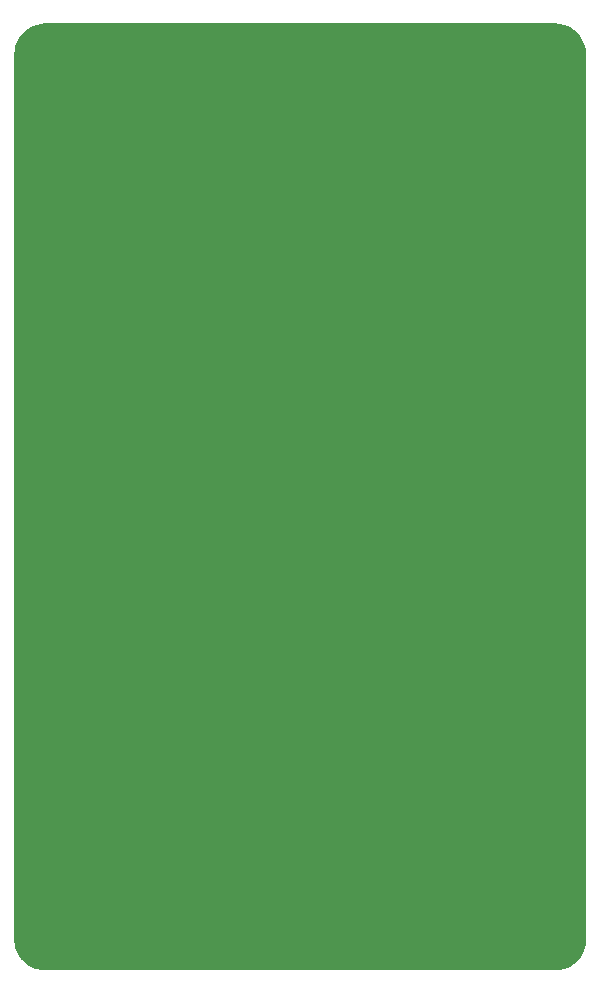
<source format=gtp>
G75*
%MOIN*%
%OFA0B0*%
%FSLAX25Y25*%
%IPPOS*%
%LPD*%
%AMOC8*
5,1,8,0,0,1.08239X$1,22.5*
%
%ADD10C,0.00600*%
D10*
X0008443Y0009451D02*
X0007587Y0010594D01*
X0006904Y0011846D01*
X0006405Y0013183D01*
X0006102Y0014577D01*
X0006000Y0016000D01*
X0006000Y0311000D01*
X0006102Y0312423D01*
X0006405Y0313817D01*
X0006904Y0315154D01*
X0007587Y0316406D01*
X0008443Y0317549D01*
X0009451Y0318557D01*
X0010594Y0319413D01*
X0011846Y0320096D01*
X0013183Y0320595D01*
X0014577Y0320898D01*
X0016000Y0321000D01*
X0186000Y0321000D01*
X0187423Y0320898D01*
X0188817Y0320595D01*
X0190154Y0320096D01*
X0191406Y0319413D01*
X0192549Y0318557D01*
X0193557Y0317549D01*
X0194413Y0316406D01*
X0195096Y0315154D01*
X0195595Y0313817D01*
X0195898Y0312423D01*
X0196000Y0311000D01*
X0196000Y0016000D01*
X0195898Y0014577D01*
X0195595Y0013183D01*
X0195096Y0011846D01*
X0194413Y0010594D01*
X0193557Y0009451D01*
X0192549Y0008443D01*
X0191406Y0007587D01*
X0190154Y0006904D01*
X0188817Y0006405D01*
X0187423Y0006102D01*
X0186000Y0006000D01*
X0016000Y0006000D01*
X0041000Y0006000D01*
X0186000Y0006000D01*
X0189336Y0006599D02*
X0012664Y0006599D01*
X0013183Y0006405D02*
X0014577Y0006102D01*
X0016000Y0006000D01*
X0013183Y0006405D02*
X0011846Y0006904D01*
X0010594Y0007587D01*
X0009451Y0008443D01*
X0008443Y0009451D01*
X0008338Y0009591D02*
X0193662Y0009591D01*
X0194110Y0010190D02*
X0007890Y0010190D01*
X0007481Y0010788D02*
X0194519Y0010788D01*
X0194846Y0011387D02*
X0007154Y0011387D01*
X0006852Y0011985D02*
X0195148Y0011985D01*
X0195371Y0012584D02*
X0006628Y0012584D01*
X0006405Y0013182D02*
X0195595Y0013182D01*
X0195725Y0013781D02*
X0006275Y0013781D01*
X0006145Y0014379D02*
X0195855Y0014379D01*
X0195927Y0014978D02*
X0006073Y0014978D01*
X0006030Y0015576D02*
X0195970Y0015576D01*
X0196000Y0016175D02*
X0006000Y0016175D01*
X0006000Y0016773D02*
X0196000Y0016773D01*
X0196000Y0017372D02*
X0006000Y0017372D01*
X0006000Y0017970D02*
X0196000Y0017970D01*
X0196000Y0018569D02*
X0006000Y0018569D01*
X0006000Y0019167D02*
X0196000Y0019167D01*
X0196000Y0019766D02*
X0006000Y0019766D01*
X0006000Y0020364D02*
X0196000Y0020364D01*
X0196000Y0020963D02*
X0006000Y0020963D01*
X0006000Y0021561D02*
X0196000Y0021561D01*
X0196000Y0022160D02*
X0006000Y0022160D01*
X0006000Y0022758D02*
X0196000Y0022758D01*
X0196000Y0023357D02*
X0006000Y0023357D01*
X0006000Y0023955D02*
X0196000Y0023955D01*
X0196000Y0024554D02*
X0006000Y0024554D01*
X0006000Y0025152D02*
X0196000Y0025152D01*
X0196000Y0025751D02*
X0006000Y0025751D01*
X0006000Y0026349D02*
X0196000Y0026349D01*
X0196000Y0026948D02*
X0006000Y0026948D01*
X0006000Y0027546D02*
X0196000Y0027546D01*
X0196000Y0028145D02*
X0006000Y0028145D01*
X0006000Y0028743D02*
X0196000Y0028743D01*
X0196000Y0029342D02*
X0006000Y0029342D01*
X0006000Y0029940D02*
X0196000Y0029940D01*
X0196000Y0030539D02*
X0006000Y0030539D01*
X0006000Y0031137D02*
X0196000Y0031137D01*
X0196000Y0031736D02*
X0006000Y0031736D01*
X0006000Y0032334D02*
X0196000Y0032334D01*
X0196000Y0032933D02*
X0006000Y0032933D01*
X0006000Y0033532D02*
X0196000Y0033532D01*
X0196000Y0034130D02*
X0006000Y0034130D01*
X0006000Y0034729D02*
X0196000Y0034729D01*
X0196000Y0035327D02*
X0006000Y0035327D01*
X0006000Y0035926D02*
X0196000Y0035926D01*
X0196000Y0036524D02*
X0006000Y0036524D01*
X0006000Y0037123D02*
X0196000Y0037123D01*
X0196000Y0037721D02*
X0006000Y0037721D01*
X0006000Y0038320D02*
X0196000Y0038320D01*
X0196000Y0038918D02*
X0006000Y0038918D01*
X0006000Y0039517D02*
X0196000Y0039517D01*
X0196000Y0040115D02*
X0006000Y0040115D01*
X0006000Y0040714D02*
X0196000Y0040714D01*
X0196000Y0041312D02*
X0006000Y0041312D01*
X0006000Y0041911D02*
X0196000Y0041911D01*
X0196000Y0042509D02*
X0006000Y0042509D01*
X0006000Y0043108D02*
X0196000Y0043108D01*
X0196000Y0043706D02*
X0006000Y0043706D01*
X0006000Y0044305D02*
X0196000Y0044305D01*
X0196000Y0044903D02*
X0006000Y0044903D01*
X0006000Y0045502D02*
X0196000Y0045502D01*
X0196000Y0046100D02*
X0006000Y0046100D01*
X0006000Y0046699D02*
X0196000Y0046699D01*
X0196000Y0047297D02*
X0006000Y0047297D01*
X0006000Y0047896D02*
X0196000Y0047896D01*
X0196000Y0048494D02*
X0006000Y0048494D01*
X0006000Y0049093D02*
X0196000Y0049093D01*
X0196000Y0049691D02*
X0006000Y0049691D01*
X0006000Y0050290D02*
X0196000Y0050290D01*
X0196000Y0050888D02*
X0006000Y0050888D01*
X0006000Y0051487D02*
X0196000Y0051487D01*
X0196000Y0052085D02*
X0006000Y0052085D01*
X0006000Y0052684D02*
X0196000Y0052684D01*
X0196000Y0053282D02*
X0006000Y0053282D01*
X0006000Y0053881D02*
X0196000Y0053881D01*
X0196000Y0054479D02*
X0006000Y0054479D01*
X0006000Y0055078D02*
X0196000Y0055078D01*
X0196000Y0055676D02*
X0006000Y0055676D01*
X0006000Y0056275D02*
X0196000Y0056275D01*
X0196000Y0056873D02*
X0006000Y0056873D01*
X0006000Y0057472D02*
X0196000Y0057472D01*
X0196000Y0058070D02*
X0006000Y0058070D01*
X0006000Y0058669D02*
X0196000Y0058669D01*
X0196000Y0059268D02*
X0006000Y0059268D01*
X0006000Y0059866D02*
X0196000Y0059866D01*
X0196000Y0060465D02*
X0006000Y0060465D01*
X0006000Y0061063D02*
X0196000Y0061063D01*
X0196000Y0061662D02*
X0006000Y0061662D01*
X0006000Y0062260D02*
X0196000Y0062260D01*
X0196000Y0062859D02*
X0006000Y0062859D01*
X0006000Y0063457D02*
X0196000Y0063457D01*
X0196000Y0064056D02*
X0006000Y0064056D01*
X0006000Y0064654D02*
X0196000Y0064654D01*
X0196000Y0065253D02*
X0006000Y0065253D01*
X0006000Y0065851D02*
X0196000Y0065851D01*
X0196000Y0066450D02*
X0006000Y0066450D01*
X0006000Y0067048D02*
X0196000Y0067048D01*
X0196000Y0067647D02*
X0006000Y0067647D01*
X0006000Y0068245D02*
X0196000Y0068245D01*
X0196000Y0068844D02*
X0006000Y0068844D01*
X0006000Y0069442D02*
X0196000Y0069442D01*
X0196000Y0070041D02*
X0006000Y0070041D01*
X0006000Y0070639D02*
X0196000Y0070639D01*
X0196000Y0071238D02*
X0006000Y0071238D01*
X0006000Y0071836D02*
X0196000Y0071836D01*
X0196000Y0072435D02*
X0006000Y0072435D01*
X0006000Y0073033D02*
X0196000Y0073033D01*
X0196000Y0073632D02*
X0006000Y0073632D01*
X0006000Y0074230D02*
X0196000Y0074230D01*
X0196000Y0074829D02*
X0006000Y0074829D01*
X0006000Y0075427D02*
X0196000Y0075427D01*
X0196000Y0076026D02*
X0006000Y0076026D01*
X0006000Y0076624D02*
X0196000Y0076624D01*
X0196000Y0077223D02*
X0006000Y0077223D01*
X0006000Y0077821D02*
X0196000Y0077821D01*
X0196000Y0078420D02*
X0006000Y0078420D01*
X0006000Y0079018D02*
X0196000Y0079018D01*
X0196000Y0079617D02*
X0006000Y0079617D01*
X0006000Y0080215D02*
X0196000Y0080215D01*
X0196000Y0080814D02*
X0006000Y0080814D01*
X0006000Y0081412D02*
X0196000Y0081412D01*
X0196000Y0082011D02*
X0006000Y0082011D01*
X0006000Y0082609D02*
X0196000Y0082609D01*
X0196000Y0083208D02*
X0006000Y0083208D01*
X0006000Y0083806D02*
X0196000Y0083806D01*
X0196000Y0084405D02*
X0006000Y0084405D01*
X0006000Y0085003D02*
X0196000Y0085003D01*
X0196000Y0085602D02*
X0006000Y0085602D01*
X0006000Y0086201D02*
X0196000Y0086201D01*
X0196000Y0086799D02*
X0006000Y0086799D01*
X0006000Y0087398D02*
X0196000Y0087398D01*
X0196000Y0087996D02*
X0006000Y0087996D01*
X0006000Y0088595D02*
X0196000Y0088595D01*
X0196000Y0089193D02*
X0006000Y0089193D01*
X0006000Y0089792D02*
X0196000Y0089792D01*
X0196000Y0090390D02*
X0006000Y0090390D01*
X0006000Y0090989D02*
X0196000Y0090989D01*
X0196000Y0091587D02*
X0006000Y0091587D01*
X0006000Y0092186D02*
X0196000Y0092186D01*
X0196000Y0092784D02*
X0006000Y0092784D01*
X0006000Y0093383D02*
X0196000Y0093383D01*
X0196000Y0093981D02*
X0006000Y0093981D01*
X0006000Y0094580D02*
X0196000Y0094580D01*
X0196000Y0095178D02*
X0006000Y0095178D01*
X0006000Y0095777D02*
X0196000Y0095777D01*
X0196000Y0096375D02*
X0006000Y0096375D01*
X0006000Y0096974D02*
X0196000Y0096974D01*
X0196000Y0097572D02*
X0006000Y0097572D01*
X0006000Y0098171D02*
X0196000Y0098171D01*
X0196000Y0098769D02*
X0006000Y0098769D01*
X0006000Y0099368D02*
X0196000Y0099368D01*
X0196000Y0099966D02*
X0006000Y0099966D01*
X0006000Y0100565D02*
X0196000Y0100565D01*
X0196000Y0101163D02*
X0006000Y0101163D01*
X0006000Y0101762D02*
X0196000Y0101762D01*
X0196000Y0102360D02*
X0006000Y0102360D01*
X0006000Y0102959D02*
X0196000Y0102959D01*
X0196000Y0103557D02*
X0006000Y0103557D01*
X0006000Y0104156D02*
X0196000Y0104156D01*
X0196000Y0104754D02*
X0006000Y0104754D01*
X0006000Y0105353D02*
X0196000Y0105353D01*
X0196000Y0105951D02*
X0006000Y0105951D01*
X0006000Y0106550D02*
X0196000Y0106550D01*
X0196000Y0107148D02*
X0006000Y0107148D01*
X0006000Y0107747D02*
X0196000Y0107747D01*
X0196000Y0108345D02*
X0006000Y0108345D01*
X0006000Y0108944D02*
X0196000Y0108944D01*
X0196000Y0109542D02*
X0006000Y0109542D01*
X0006000Y0110141D02*
X0196000Y0110141D01*
X0196000Y0110739D02*
X0006000Y0110739D01*
X0006000Y0111338D02*
X0196000Y0111338D01*
X0196000Y0111937D02*
X0006000Y0111937D01*
X0006000Y0112535D02*
X0196000Y0112535D01*
X0196000Y0113134D02*
X0006000Y0113134D01*
X0006000Y0113732D02*
X0196000Y0113732D01*
X0196000Y0114331D02*
X0006000Y0114331D01*
X0006000Y0114929D02*
X0196000Y0114929D01*
X0196000Y0115528D02*
X0006000Y0115528D01*
X0006000Y0116126D02*
X0196000Y0116126D01*
X0196000Y0116725D02*
X0006000Y0116725D01*
X0006000Y0117323D02*
X0196000Y0117323D01*
X0196000Y0117922D02*
X0006000Y0117922D01*
X0006000Y0118520D02*
X0196000Y0118520D01*
X0196000Y0119119D02*
X0006000Y0119119D01*
X0006000Y0119717D02*
X0196000Y0119717D01*
X0196000Y0120316D02*
X0006000Y0120316D01*
X0006000Y0120914D02*
X0196000Y0120914D01*
X0196000Y0121513D02*
X0006000Y0121513D01*
X0006000Y0122111D02*
X0196000Y0122111D01*
X0196000Y0122710D02*
X0006000Y0122710D01*
X0006000Y0123308D02*
X0196000Y0123308D01*
X0196000Y0123907D02*
X0006000Y0123907D01*
X0006000Y0124505D02*
X0196000Y0124505D01*
X0196000Y0125104D02*
X0006000Y0125104D01*
X0006000Y0125702D02*
X0196000Y0125702D01*
X0196000Y0126301D02*
X0006000Y0126301D01*
X0006000Y0126899D02*
X0196000Y0126899D01*
X0196000Y0127498D02*
X0006000Y0127498D01*
X0006000Y0128096D02*
X0196000Y0128096D01*
X0196000Y0128695D02*
X0006000Y0128695D01*
X0006000Y0129293D02*
X0196000Y0129293D01*
X0196000Y0129892D02*
X0006000Y0129892D01*
X0006000Y0130490D02*
X0196000Y0130490D01*
X0196000Y0131089D02*
X0006000Y0131089D01*
X0006000Y0131687D02*
X0196000Y0131687D01*
X0196000Y0132286D02*
X0006000Y0132286D01*
X0006000Y0132884D02*
X0196000Y0132884D01*
X0196000Y0133483D02*
X0006000Y0133483D01*
X0006000Y0134081D02*
X0196000Y0134081D01*
X0196000Y0134680D02*
X0006000Y0134680D01*
X0006000Y0135278D02*
X0196000Y0135278D01*
X0196000Y0135877D02*
X0006000Y0135877D01*
X0006000Y0136475D02*
X0196000Y0136475D01*
X0196000Y0137074D02*
X0006000Y0137074D01*
X0006000Y0137672D02*
X0196000Y0137672D01*
X0196000Y0138271D02*
X0006000Y0138271D01*
X0006000Y0138870D02*
X0196000Y0138870D01*
X0196000Y0139468D02*
X0006000Y0139468D01*
X0006000Y0140067D02*
X0196000Y0140067D01*
X0196000Y0140665D02*
X0006000Y0140665D01*
X0006000Y0141264D02*
X0196000Y0141264D01*
X0196000Y0141862D02*
X0006000Y0141862D01*
X0006000Y0142461D02*
X0196000Y0142461D01*
X0196000Y0143059D02*
X0006000Y0143059D01*
X0006000Y0143658D02*
X0196000Y0143658D01*
X0196000Y0144256D02*
X0006000Y0144256D01*
X0006000Y0144855D02*
X0196000Y0144855D01*
X0196000Y0145453D02*
X0006000Y0145453D01*
X0006000Y0146052D02*
X0196000Y0146052D01*
X0196000Y0146650D02*
X0006000Y0146650D01*
X0006000Y0147249D02*
X0196000Y0147249D01*
X0196000Y0147847D02*
X0006000Y0147847D01*
X0006000Y0148446D02*
X0196000Y0148446D01*
X0196000Y0149044D02*
X0006000Y0149044D01*
X0006000Y0149643D02*
X0196000Y0149643D01*
X0196000Y0150241D02*
X0006000Y0150241D01*
X0006000Y0150840D02*
X0196000Y0150840D01*
X0196000Y0151438D02*
X0006000Y0151438D01*
X0006000Y0152037D02*
X0196000Y0152037D01*
X0196000Y0152635D02*
X0006000Y0152635D01*
X0006000Y0153234D02*
X0196000Y0153234D01*
X0196000Y0153832D02*
X0006000Y0153832D01*
X0006000Y0154431D02*
X0196000Y0154431D01*
X0196000Y0155029D02*
X0006000Y0155029D01*
X0006000Y0155628D02*
X0196000Y0155628D01*
X0196000Y0156226D02*
X0006000Y0156226D01*
X0006000Y0156825D02*
X0196000Y0156825D01*
X0196000Y0157423D02*
X0006000Y0157423D01*
X0006000Y0158022D02*
X0196000Y0158022D01*
X0196000Y0158620D02*
X0006000Y0158620D01*
X0006000Y0159219D02*
X0196000Y0159219D01*
X0196000Y0159817D02*
X0006000Y0159817D01*
X0006000Y0160416D02*
X0196000Y0160416D01*
X0196000Y0161014D02*
X0006000Y0161014D01*
X0006000Y0161613D02*
X0196000Y0161613D01*
X0196000Y0162211D02*
X0006000Y0162211D01*
X0006000Y0162810D02*
X0196000Y0162810D01*
X0196000Y0163408D02*
X0006000Y0163408D01*
X0006000Y0164007D02*
X0196000Y0164007D01*
X0196000Y0164605D02*
X0006000Y0164605D01*
X0006000Y0165204D02*
X0196000Y0165204D01*
X0196000Y0165803D02*
X0006000Y0165803D01*
X0006000Y0166401D02*
X0196000Y0166401D01*
X0196000Y0167000D02*
X0006000Y0167000D01*
X0006000Y0167598D02*
X0196000Y0167598D01*
X0196000Y0168197D02*
X0006000Y0168197D01*
X0006000Y0168795D02*
X0196000Y0168795D01*
X0196000Y0169394D02*
X0006000Y0169394D01*
X0006000Y0169992D02*
X0196000Y0169992D01*
X0196000Y0170591D02*
X0006000Y0170591D01*
X0006000Y0171189D02*
X0196000Y0171189D01*
X0196000Y0171788D02*
X0006000Y0171788D01*
X0006000Y0172386D02*
X0196000Y0172386D01*
X0196000Y0172985D02*
X0006000Y0172985D01*
X0006000Y0173583D02*
X0196000Y0173583D01*
X0196000Y0174182D02*
X0006000Y0174182D01*
X0006000Y0174780D02*
X0196000Y0174780D01*
X0196000Y0175379D02*
X0006000Y0175379D01*
X0006000Y0175977D02*
X0196000Y0175977D01*
X0196000Y0176576D02*
X0006000Y0176576D01*
X0006000Y0177174D02*
X0196000Y0177174D01*
X0196000Y0177773D02*
X0006000Y0177773D01*
X0006000Y0178371D02*
X0196000Y0178371D01*
X0196000Y0178970D02*
X0006000Y0178970D01*
X0006000Y0179568D02*
X0196000Y0179568D01*
X0196000Y0180167D02*
X0006000Y0180167D01*
X0006000Y0180765D02*
X0196000Y0180765D01*
X0196000Y0181364D02*
X0006000Y0181364D01*
X0006000Y0181962D02*
X0196000Y0181962D01*
X0196000Y0182561D02*
X0006000Y0182561D01*
X0006000Y0183159D02*
X0196000Y0183159D01*
X0196000Y0183758D02*
X0006000Y0183758D01*
X0006000Y0184356D02*
X0196000Y0184356D01*
X0196000Y0184955D02*
X0006000Y0184955D01*
X0006000Y0185553D02*
X0196000Y0185553D01*
X0196000Y0186152D02*
X0006000Y0186152D01*
X0006000Y0186750D02*
X0196000Y0186750D01*
X0196000Y0187349D02*
X0006000Y0187349D01*
X0006000Y0187947D02*
X0196000Y0187947D01*
X0196000Y0188546D02*
X0006000Y0188546D01*
X0006000Y0189144D02*
X0196000Y0189144D01*
X0196000Y0189743D02*
X0006000Y0189743D01*
X0006000Y0190341D02*
X0196000Y0190341D01*
X0196000Y0190940D02*
X0006000Y0190940D01*
X0006000Y0191539D02*
X0196000Y0191539D01*
X0196000Y0192137D02*
X0006000Y0192137D01*
X0006000Y0192736D02*
X0196000Y0192736D01*
X0196000Y0193334D02*
X0006000Y0193334D01*
X0006000Y0193933D02*
X0196000Y0193933D01*
X0196000Y0194531D02*
X0006000Y0194531D01*
X0006000Y0195130D02*
X0196000Y0195130D01*
X0196000Y0195728D02*
X0006000Y0195728D01*
X0006000Y0196327D02*
X0196000Y0196327D01*
X0196000Y0196925D02*
X0006000Y0196925D01*
X0006000Y0197524D02*
X0196000Y0197524D01*
X0196000Y0198122D02*
X0006000Y0198122D01*
X0006000Y0198721D02*
X0196000Y0198721D01*
X0196000Y0199319D02*
X0006000Y0199319D01*
X0006000Y0199918D02*
X0196000Y0199918D01*
X0196000Y0200516D02*
X0006000Y0200516D01*
X0006000Y0201115D02*
X0196000Y0201115D01*
X0196000Y0201713D02*
X0006000Y0201713D01*
X0006000Y0202312D02*
X0196000Y0202312D01*
X0196000Y0202910D02*
X0006000Y0202910D01*
X0006000Y0203509D02*
X0196000Y0203509D01*
X0196000Y0204107D02*
X0006000Y0204107D01*
X0006000Y0204706D02*
X0196000Y0204706D01*
X0196000Y0205304D02*
X0006000Y0205304D01*
X0006000Y0205903D02*
X0196000Y0205903D01*
X0196000Y0206501D02*
X0006000Y0206501D01*
X0006000Y0207100D02*
X0196000Y0207100D01*
X0196000Y0207698D02*
X0006000Y0207698D01*
X0006000Y0208297D02*
X0196000Y0208297D01*
X0196000Y0208895D02*
X0006000Y0208895D01*
X0006000Y0209494D02*
X0196000Y0209494D01*
X0196000Y0210092D02*
X0006000Y0210092D01*
X0006000Y0210691D02*
X0196000Y0210691D01*
X0196000Y0211289D02*
X0006000Y0211289D01*
X0006000Y0211888D02*
X0196000Y0211888D01*
X0196000Y0212486D02*
X0006000Y0212486D01*
X0006000Y0213085D02*
X0196000Y0213085D01*
X0196000Y0213683D02*
X0006000Y0213683D01*
X0006000Y0214282D02*
X0196000Y0214282D01*
X0196000Y0214880D02*
X0006000Y0214880D01*
X0006000Y0215479D02*
X0196000Y0215479D01*
X0196000Y0216077D02*
X0006000Y0216077D01*
X0006000Y0216676D02*
X0196000Y0216676D01*
X0196000Y0217274D02*
X0006000Y0217274D01*
X0006000Y0217873D02*
X0196000Y0217873D01*
X0196000Y0218472D02*
X0006000Y0218472D01*
X0006000Y0219070D02*
X0196000Y0219070D01*
X0196000Y0219669D02*
X0006000Y0219669D01*
X0006000Y0220267D02*
X0196000Y0220267D01*
X0196000Y0220866D02*
X0006000Y0220866D01*
X0006000Y0221464D02*
X0196000Y0221464D01*
X0196000Y0222063D02*
X0006000Y0222063D01*
X0006000Y0222661D02*
X0196000Y0222661D01*
X0196000Y0223260D02*
X0006000Y0223260D01*
X0006000Y0223858D02*
X0196000Y0223858D01*
X0196000Y0224457D02*
X0006000Y0224457D01*
X0006000Y0225055D02*
X0196000Y0225055D01*
X0196000Y0225654D02*
X0006000Y0225654D01*
X0006000Y0226252D02*
X0196000Y0226252D01*
X0196000Y0226851D02*
X0006000Y0226851D01*
X0006000Y0227449D02*
X0196000Y0227449D01*
X0196000Y0228048D02*
X0006000Y0228048D01*
X0006000Y0228646D02*
X0196000Y0228646D01*
X0196000Y0229245D02*
X0006000Y0229245D01*
X0006000Y0229843D02*
X0196000Y0229843D01*
X0196000Y0230442D02*
X0006000Y0230442D01*
X0006000Y0231040D02*
X0196000Y0231040D01*
X0196000Y0231639D02*
X0006000Y0231639D01*
X0006000Y0232237D02*
X0196000Y0232237D01*
X0196000Y0232836D02*
X0006000Y0232836D01*
X0006000Y0233434D02*
X0196000Y0233434D01*
X0196000Y0234033D02*
X0006000Y0234033D01*
X0006000Y0234631D02*
X0196000Y0234631D01*
X0196000Y0235230D02*
X0006000Y0235230D01*
X0006000Y0235828D02*
X0196000Y0235828D01*
X0196000Y0236427D02*
X0006000Y0236427D01*
X0006000Y0237025D02*
X0196000Y0237025D01*
X0196000Y0237624D02*
X0006000Y0237624D01*
X0006000Y0238222D02*
X0196000Y0238222D01*
X0196000Y0238821D02*
X0006000Y0238821D01*
X0006000Y0239419D02*
X0196000Y0239419D01*
X0196000Y0240018D02*
X0006000Y0240018D01*
X0006000Y0240616D02*
X0196000Y0240616D01*
X0196000Y0241215D02*
X0006000Y0241215D01*
X0006000Y0241813D02*
X0196000Y0241813D01*
X0196000Y0242412D02*
X0006000Y0242412D01*
X0006000Y0243010D02*
X0196000Y0243010D01*
X0196000Y0243609D02*
X0006000Y0243609D01*
X0006000Y0244208D02*
X0196000Y0244208D01*
X0196000Y0244806D02*
X0006000Y0244806D01*
X0006000Y0245405D02*
X0196000Y0245405D01*
X0196000Y0246003D02*
X0006000Y0246003D01*
X0006000Y0246602D02*
X0196000Y0246602D01*
X0196000Y0247200D02*
X0006000Y0247200D01*
X0006000Y0247799D02*
X0196000Y0247799D01*
X0196000Y0248397D02*
X0006000Y0248397D01*
X0006000Y0248996D02*
X0196000Y0248996D01*
X0196000Y0249594D02*
X0006000Y0249594D01*
X0006000Y0250193D02*
X0196000Y0250193D01*
X0196000Y0250791D02*
X0006000Y0250791D01*
X0006000Y0251390D02*
X0196000Y0251390D01*
X0196000Y0251988D02*
X0006000Y0251988D01*
X0006000Y0252587D02*
X0196000Y0252587D01*
X0196000Y0253185D02*
X0006000Y0253185D01*
X0006000Y0253784D02*
X0196000Y0253784D01*
X0196000Y0254382D02*
X0006000Y0254382D01*
X0006000Y0254981D02*
X0196000Y0254981D01*
X0196000Y0255579D02*
X0006000Y0255579D01*
X0006000Y0256178D02*
X0196000Y0256178D01*
X0196000Y0256776D02*
X0006000Y0256776D01*
X0006000Y0257375D02*
X0196000Y0257375D01*
X0196000Y0257973D02*
X0006000Y0257973D01*
X0006000Y0258572D02*
X0196000Y0258572D01*
X0196000Y0259170D02*
X0006000Y0259170D01*
X0006000Y0259769D02*
X0196000Y0259769D01*
X0196000Y0260367D02*
X0006000Y0260367D01*
X0006000Y0260966D02*
X0196000Y0260966D01*
X0196000Y0261564D02*
X0006000Y0261564D01*
X0006000Y0262163D02*
X0196000Y0262163D01*
X0196000Y0262761D02*
X0006000Y0262761D01*
X0006000Y0263360D02*
X0196000Y0263360D01*
X0196000Y0263958D02*
X0006000Y0263958D01*
X0006000Y0264557D02*
X0196000Y0264557D01*
X0196000Y0265155D02*
X0006000Y0265155D01*
X0006000Y0265754D02*
X0196000Y0265754D01*
X0196000Y0266352D02*
X0006000Y0266352D01*
X0006000Y0266951D02*
X0196000Y0266951D01*
X0196000Y0267549D02*
X0006000Y0267549D01*
X0006000Y0268148D02*
X0196000Y0268148D01*
X0196000Y0268746D02*
X0006000Y0268746D01*
X0006000Y0269345D02*
X0196000Y0269345D01*
X0196000Y0269943D02*
X0006000Y0269943D01*
X0006000Y0270542D02*
X0196000Y0270542D01*
X0196000Y0271141D02*
X0006000Y0271141D01*
X0006000Y0271739D02*
X0196000Y0271739D01*
X0196000Y0272338D02*
X0006000Y0272338D01*
X0006000Y0272936D02*
X0196000Y0272936D01*
X0196000Y0273535D02*
X0006000Y0273535D01*
X0006000Y0274133D02*
X0196000Y0274133D01*
X0196000Y0274732D02*
X0006000Y0274732D01*
X0006000Y0275330D02*
X0196000Y0275330D01*
X0196000Y0275929D02*
X0006000Y0275929D01*
X0006000Y0276527D02*
X0196000Y0276527D01*
X0196000Y0277126D02*
X0006000Y0277126D01*
X0006000Y0277724D02*
X0196000Y0277724D01*
X0196000Y0278323D02*
X0006000Y0278323D01*
X0006000Y0278921D02*
X0196000Y0278921D01*
X0196000Y0279520D02*
X0006000Y0279520D01*
X0006000Y0280118D02*
X0196000Y0280118D01*
X0196000Y0280717D02*
X0006000Y0280717D01*
X0006000Y0281315D02*
X0196000Y0281315D01*
X0196000Y0281914D02*
X0006000Y0281914D01*
X0006000Y0282512D02*
X0196000Y0282512D01*
X0196000Y0283111D02*
X0006000Y0283111D01*
X0006000Y0283709D02*
X0196000Y0283709D01*
X0196000Y0284308D02*
X0006000Y0284308D01*
X0006000Y0284906D02*
X0196000Y0284906D01*
X0196000Y0285505D02*
X0006000Y0285505D01*
X0006000Y0286103D02*
X0196000Y0286103D01*
X0196000Y0286702D02*
X0006000Y0286702D01*
X0006000Y0287300D02*
X0196000Y0287300D01*
X0196000Y0287899D02*
X0006000Y0287899D01*
X0006000Y0288497D02*
X0196000Y0288497D01*
X0196000Y0289096D02*
X0006000Y0289096D01*
X0006000Y0289694D02*
X0196000Y0289694D01*
X0196000Y0290293D02*
X0006000Y0290293D01*
X0006000Y0290891D02*
X0196000Y0290891D01*
X0196000Y0291490D02*
X0006000Y0291490D01*
X0006000Y0292088D02*
X0196000Y0292088D01*
X0196000Y0292687D02*
X0006000Y0292687D01*
X0006000Y0293285D02*
X0196000Y0293285D01*
X0196000Y0293884D02*
X0006000Y0293884D01*
X0006000Y0294482D02*
X0196000Y0294482D01*
X0196000Y0295081D02*
X0006000Y0295081D01*
X0006000Y0295679D02*
X0196000Y0295679D01*
X0196000Y0296278D02*
X0006000Y0296278D01*
X0006000Y0296877D02*
X0196000Y0296877D01*
X0196000Y0297475D02*
X0006000Y0297475D01*
X0006000Y0298074D02*
X0196000Y0298074D01*
X0196000Y0298672D02*
X0006000Y0298672D01*
X0006000Y0299271D02*
X0196000Y0299271D01*
X0196000Y0299869D02*
X0006000Y0299869D01*
X0006000Y0300468D02*
X0196000Y0300468D01*
X0196000Y0301066D02*
X0006000Y0301066D01*
X0006000Y0301665D02*
X0196000Y0301665D01*
X0196000Y0302263D02*
X0006000Y0302263D01*
X0006000Y0302862D02*
X0196000Y0302862D01*
X0196000Y0303460D02*
X0006000Y0303460D01*
X0006000Y0304059D02*
X0196000Y0304059D01*
X0196000Y0304657D02*
X0006000Y0304657D01*
X0006000Y0305256D02*
X0196000Y0305256D01*
X0196000Y0305854D02*
X0006000Y0305854D01*
X0006000Y0306453D02*
X0196000Y0306453D01*
X0196000Y0307051D02*
X0006000Y0307051D01*
X0006000Y0307650D02*
X0196000Y0307650D01*
X0196000Y0308248D02*
X0006000Y0308248D01*
X0006000Y0308847D02*
X0196000Y0308847D01*
X0196000Y0309445D02*
X0006000Y0309445D01*
X0006000Y0310044D02*
X0196000Y0310044D01*
X0196000Y0310642D02*
X0006000Y0310642D01*
X0006017Y0311241D02*
X0195983Y0311241D01*
X0195940Y0311839D02*
X0006060Y0311839D01*
X0006105Y0312438D02*
X0195895Y0312438D01*
X0195765Y0313036D02*
X0006235Y0313036D01*
X0006365Y0313635D02*
X0195635Y0313635D01*
X0195440Y0314233D02*
X0006560Y0314233D01*
X0006783Y0314832D02*
X0195217Y0314832D01*
X0194946Y0315430D02*
X0007055Y0315430D01*
X0007381Y0316029D02*
X0194619Y0316029D01*
X0194247Y0316627D02*
X0007753Y0316627D01*
X0008201Y0317226D02*
X0193799Y0317226D01*
X0193282Y0317824D02*
X0008718Y0317824D01*
X0009317Y0318423D02*
X0192683Y0318423D01*
X0191929Y0319021D02*
X0010071Y0319021D01*
X0010973Y0319620D02*
X0191027Y0319620D01*
X0189827Y0320218D02*
X0012173Y0320218D01*
X0014203Y0320817D02*
X0187797Y0320817D01*
X0193099Y0008993D02*
X0008901Y0008993D01*
X0009516Y0008394D02*
X0192484Y0008394D01*
X0191684Y0007796D02*
X0010316Y0007796D01*
X0011309Y0007197D02*
X0190691Y0007197D01*
M02*

</source>
